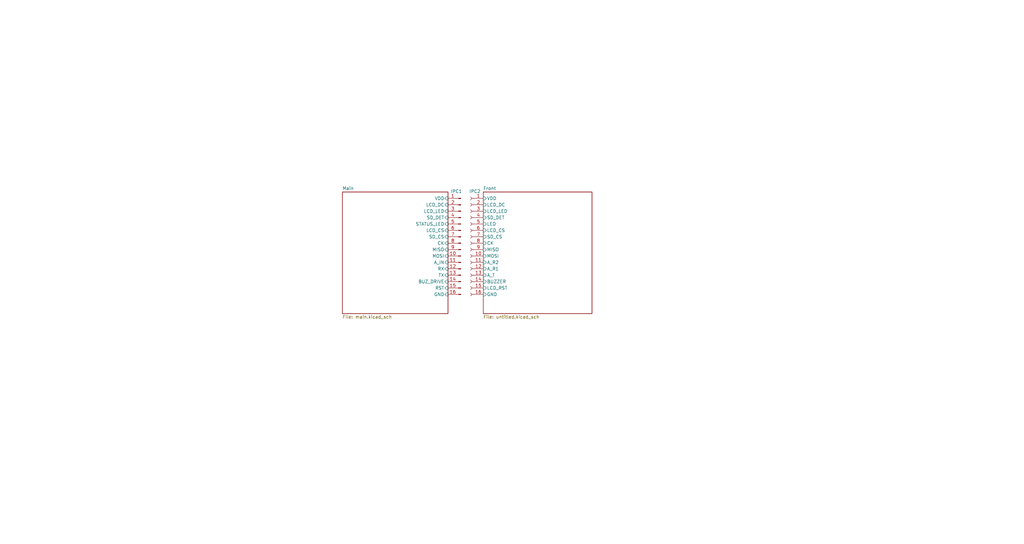
<source format=kicad_sch>
(kicad_sch (version 20231120) (generator "eeschema") (generator_version "8.0")
  (paper "User" 406.4 215.9)
  (title_block (title "Main"))
  (lib_symbols
    (symbol "Connector:Conn_01x16_Pin" (pin_names (offset 1.016) hide)
      (property "Reference" "J" (at 0 20.32 0))
      (property "Value" "Conn_01x16_Pin" (at 0 -22.86 0))
      (symbol "Conn_01x16_Pin_1_1"
        (polyline (pts (xy 1.27 -20.32) (xy 0.8636 -20.32)) (stroke (width 0.1524)))
        (polyline (pts (xy 1.27 -17.78) (xy 0.8636 -17.78)) (stroke (width 0.1524)))
        (polyline (pts (xy 1.27 -15.24) (xy 0.8636 -15.24)) (stroke (width 0.1524)))
        (polyline (pts (xy 1.27 -12.7) (xy 0.8636 -12.7)) (stroke (width 0.1524)))
        (polyline (pts (xy 1.27 -10.16) (xy 0.8636 -10.16)) (stroke (width 0.1524)))
        (polyline (pts (xy 1.27 -7.62) (xy 0.8636 -7.62)) (stroke (width 0.1524)))
        (polyline (pts (xy 1.27 -5.08) (xy 0.8636 -5.08)) (stroke (width 0.1524)))
        (polyline (pts (xy 1.27 -2.54) (xy 0.8636 -2.54)) (stroke (width 0.1524)))
        (polyline (pts (xy 1.27 0) (xy 0.8636 0)) (stroke (width 0.1524)))
        (polyline (pts (xy 1.27 2.54) (xy 0.8636 2.54)) (stroke (width 0.1524)))
        (polyline (pts (xy 1.27 5.08) (xy 0.8636 5.08)) (stroke (width 0.1524)))
        (polyline (pts (xy 1.27 7.62) (xy 0.8636 7.62)) (stroke (width 0.1524)))
        (polyline (pts (xy 1.27 10.16) (xy 0.8636 10.16)) (stroke (width 0.1524)))
        (polyline (pts (xy 1.27 12.7) (xy 0.8636 12.7)) (stroke (width 0.1524)))
        (polyline (pts (xy 1.27 15.24) (xy 0.8636 15.24)) (stroke (width 0.1524)))
        (polyline (pts (xy 1.27 17.78) (xy 0.8636 17.78)) (stroke (width 0.1524)))
        (rectangle (start 0.8636 -20.193) (end 0 -20.447) (stroke (width 0.1524)) (fill (type outline)))
        (rectangle (start 0.8636 -17.653) (end 0 -17.907) (stroke (width 0.1524)) (fill (type outline)))
        (rectangle (start 0.8636 -15.113) (end 0 -15.367) (stroke (width 0.1524)) (fill (type outline)))
        (rectangle (start 0.8636 -12.573) (end 0 -12.827) (stroke (width 0.1524)) (fill (type outline)))
        (rectangle (start 0.8636 -10.033) (end 0 -10.287) (stroke (width 0.1524)) (fill (type outline)))
        (rectangle (start 0.8636 -7.493) (end 0 -7.747) (stroke (width 0.1524)) (fill (type outline)))
        (rectangle (start 0.8636 -4.953) (end 0 -5.207) (stroke (width 0.1524)) (fill (type outline)))
        (rectangle (start 0.8636 -2.413) (end 0 -2.667) (stroke (width 0.1524)) (fill (type outline)))
        (rectangle (start 0.8636 0.127) (end 0 -0.127) (stroke (width 0.1524)) (fill (type outline)))
        (rectangle (start 0.8636 2.667) (end 0 2.413) (stroke (width 0.1524)) (fill (type outline)))
        (rectangle (start 0.8636 5.207) (end 0 4.953) (stroke (width 0.1524)) (fill (type outline)))
        (rectangle (start 0.8636 7.747) (end 0 7.493) (stroke (width 0.1524)) (fill (type outline)))
        (rectangle (start 0.8636 10.287) (end 0 10.033) (stroke (width 0.1524)) (fill (type outline)))
        (rectangle (start 0.8636 12.827) (end 0 12.573) (stroke (width 0.1524)) (fill (type outline)))
        (rectangle (start 0.8636 15.367) (end 0 15.113) (stroke (width 0.1524)) (fill (type outline)))
        (rectangle (start 0.8636 17.907) (end 0 17.653) (stroke (width 0.1524)) (fill (type outline)))
        (pin passive line (at 5.08 17.78 180) (length 3.81) (name "Pin_1") (number "1"))
        (pin passive line (at 5.08 -5.08 180) (length 3.81) (name "Pin_10") (number "10"))
        (pin passive line (at 5.08 -7.62 180) (length 3.81) (name "Pin_11") (number "11"))
        (pin passive line (at 5.08 -10.16 180) (length 3.81) (name "Pin_12") (number "12"))
        (pin passive line (at 5.08 -12.7 180) (length 3.81) (name "Pin_13") (number "13"))
        (pin passive line (at 5.08 -15.24 180) (length 3.81) (name "Pin_14") (number "14"))
        (pin passive line (at 5.08 -17.78 180) (length 3.81) (name "Pin_15") (number "15"))
        (pin passive line (at 5.08 -20.32 180) (length 3.81) (name "Pin_16") (number "16"))
        (pin passive line (at 5.08 15.24 180) (length 3.81) (name "Pin_2") (number "2"))
        (pin passive line (at 5.08 12.7 180) (length 3.81) (name "Pin_3") (number "3"))
        (pin passive line (at 5.08 10.16 180) (length 3.81) (name "Pin_4") (number "4"))
        (pin passive line (at 5.08 7.62 180) (length 3.81) (name "Pin_5") (number "5"))
        (pin passive line (at 5.08 5.08 180) (length 3.81) (name "Pin_6") (number "6"))
        (pin passive line (at 5.08 2.54 180) (length 3.81) (name "Pin_7") (number "7"))
        (pin passive line (at 5.08 0 180) (length 3.81) (name "Pin_8") (number "8"))
        (pin passive line (at 5.08 -2.54 180) (length 3.81) (name "Pin_9") (number "9"))
      )
    )
    (symbol "Connector:Conn_01x16_Socket" (pin_names (offset 1.016) hide)
      (property "Reference" "J" (at 0 20.32 0))
      (property "Value" "Conn_01x16_Socket" (at 0 -22.86 0))
      (symbol "Conn_01x16_Socket_1_1"
        (arc (start 0 -19.812) (mid -0.5058 -20.32) (end 0 -20.828) (stroke (width 0.1524)))
        (arc (start 0 -17.272) (mid -0.5058 -17.78) (end 0 -18.288) (stroke (width 0.1524)))
        (arc (start 0 -14.732) (mid -0.5058 -15.24) (end 0 -15.748) (stroke (width 0.1524)))
        (arc (start 0 -12.192) (mid -0.5058 -12.7) (end 0 -13.208) (stroke (width 0.1524)))
        (arc (start 0 -9.652) (mid -0.5058 -10.16) (end 0 -10.668) (stroke (width 0.1524)))
        (arc (start 0 -7.112) (mid -0.5058 -7.62) (end 0 -8.128) (stroke (width 0.1524)))
        (arc (start 0 -4.572) (mid -0.5058 -5.08) (end 0 -5.588) (stroke (width 0.1524)))
        (arc (start 0 -2.032) (mid -0.5058 -2.54) (end 0 -3.048) (stroke (width 0.1524)))
        (polyline (pts (xy -1.27 -20.32) (xy -0.508 -20.32)) (stroke (width 0.1524)))
        (polyline (pts (xy -1.27 -17.78) (xy -0.508 -17.78)) (stroke (width 0.1524)))
        (polyline (pts (xy -1.27 -15.24) (xy -0.508 -15.24)) (stroke (width 0.1524)))
        (polyline (pts (xy -1.27 -12.7) (xy -0.508 -12.7)) (stroke (width 0.1524)))
        (polyline (pts (xy -1.27 -10.16) (xy -0.508 -10.16)) (stroke (width 0.1524)))
        (polyline (pts (xy -1.27 -7.62) (xy -0.508 -7.62)) (stroke (width 0.1524)))
        (polyline (pts (xy -1.27 -5.08) (xy -0.508 -5.08)) (stroke (width 0.1524)))
        (polyline (pts (xy -1.27 -2.54) (xy -0.508 -2.54)) (stroke (width 0.1524)))
        (polyline (pts (xy -1.27 0) (xy -0.508 0)) (stroke (width 0.1524)))
        (polyline (pts (xy -1.27 2.54) (xy -0.508 2.54)) (stroke (width 0.1524)))
        (polyline (pts (xy -1.27 5.08) (xy -0.508 5.08)) (stroke (width 0.1524)))
        (polyline (pts (xy -1.27 7.62) (xy -0.508 7.62)) (stroke (width 0.1524)))
        (polyline (pts (xy -1.27 10.16) (xy -0.508 10.16)) (stroke (width 0.1524)))
        (polyline (pts (xy -1.27 12.7) (xy -0.508 12.7)) (stroke (width 0.1524)))
        (polyline (pts (xy -1.27 15.24) (xy -0.508 15.24)) (stroke (width 0.1524)))
        (polyline (pts (xy -1.27 17.78) (xy -0.508 17.78)) (stroke (width 0.1524)))
        (arc (start 0 0.508) (mid -0.5058 0) (end 0 -0.508) (stroke (width 0.1524)))
        (arc (start 0 3.048) (mid -0.5058 2.54) (end 0 2.032) (stroke (width 0.1524)))
        (arc (start 0 5.588) (mid -0.5058 5.08) (end 0 4.572) (stroke (width 0.1524)))
        (arc (start 0 8.128) (mid -0.5058 7.62) (end 0 7.112) (stroke (width 0.1524)))
        (arc (start 0 10.668) (mid -0.5058 10.16) (end 0 9.652) (stroke (width 0.1524)))
        (arc (start 0 13.208) (mid -0.5058 12.7) (end 0 12.192) (stroke (width 0.1524)))
        (arc (start 0 15.748) (mid -0.5058 15.24) (end 0 14.732) (stroke (width 0.1524)))
        (arc (start 0 18.288) (mid -0.5058 17.78) (end 0 17.272) (stroke (width 0.1524)))
        (pin passive line (at -5.08 17.78 0) (length 3.81) (name "Pin_1") (number "1"))
        (pin passive line (at -5.08 -5.08 0) (length 3.81) (name "Pin_10") (number "10"))
        (pin passive line (at -5.08 -7.62 0) (length 3.81) (name "Pin_11") (number "11"))
        (pin passive line (at -5.08 -10.16 0) (length 3.81) (name "Pin_12") (number "12"))
        (pin passive line (at -5.08 -12.7 0) (length 3.81) (name "Pin_13") (number "13"))
        (pin passive line (at -5.08 -15.24 0) (length 3.81) (name "Pin_14") (number "14"))
        (pin passive line (at -5.08 -17.78 0) (length 3.81) (name "Pin_15") (number "15"))
        (pin passive line (at -5.08 -20.32 0) (length 3.81) (name "Pin_16") (number "16"))
        (pin passive line (at -5.08 15.24 0) (length 3.81) (name "Pin_2") (number "2"))
        (pin passive line (at -5.08 12.7 0) (length 3.81) (name "Pin_3") (number "3"))
        (pin passive line (at -5.08 10.16 0) (length 3.81) (name "Pin_4") (number "4"))
        (pin passive line (at -5.08 7.62 0) (length 3.81) (name "Pin_5") (number "5"))
        (pin passive line (at -5.08 5.08 0) (length 3.81) (name "Pin_6") (number "6"))
        (pin passive line (at -5.08 2.54 0) (length 3.81) (name "Pin_7") (number "7"))
        (pin passive line (at -5.08 0 0) (length 3.81) (name "Pin_8") (number "8"))
        (pin passive line (at -5.08 -2.54 0) (length 3.81) (name "Pin_9") (number "9"))
      )
    )
  )
  (symbol (lib_id "Connector:Conn_01x16_Pin") (at 182.88 96.52 0) (mirror y) (unit 1)
    (property "Reference" "IPC1" (at 181.102 75.946 0))
    (property "Value" "Conn_01x16_Pin" (effects (hide yes)))
    (property "Footprint" "Connector_PinHeader_2.54mm:PinHeader_1x16_P2.54mm_Vertical" (effects (hide yes)))
    (property "Description" "Generic connector, single row, 01x16, script generated" (effects (hide yes)))
  )
  (symbol (lib_id "Connector:Conn_01x16_Socket") (at 186.69 96.52 0) (mirror y) (unit 1)
    (property "Reference" "IPC2" (at 190.754 75.946 0) (effects (justify left)))
    (property "Value" "Conn_01x16_Socket" (effects (hide yes)))
    (property "Footprint" "Connector_PinSocket_2.54mm:PinSocket_1x16_P2.54mm_Vertical" (effects (hide yes)))
    (property "Description" "Generic connector, single row, 01x16, script generated" (effects (hide yes)))
  )
  (sheet (at 191.77 76.2) (size 43.18 48.26) (stroke (width 0.1524))
    (property "Sheetname" "Front" (at 191.77 75.4884 0) (effects (justify left bottom)))
    (property "Sheetfile" "untitled.kicad_sch" (at 191.77 125.0446 0) (effects (justify left top)))
    (pin "LCD_DC" input (at 191.77 81.28 180))
    (pin "CK" input (at 191.77 96.52 180))
    (pin "MOSI" input (at 191.77 101.6 180))
    (pin "SD_CS" input (at 191.77 93.98 180))
    (pin "LCD_CS" input (at 191.77 91.44 180))
    (pin "LCD_LED" input (at 191.77 83.82 180))
    (pin "VDD" input (at 191.77 78.74 180))
    (pin "MISO" input (at 191.77 99.06 180))
    (pin "LCD_RST" input (at 191.77 114.3 180))
    (pin "LED" input (at 191.77 88.9 180))
    (pin "GND" input (at 191.77 116.84 180))
    (pin "A_R1" input (at 191.77 106.68 180))
    (pin "A_T" input (at 191.77 109.22 180))
    (pin "A_R2" input (at 191.77 104.14 180))
    (pin "SD_DET" input (at 191.77 86.36 180))
    (pin "BUZZER" input (at 191.77 111.76 180))
  )
  (sheet (at 135.89 76.2) (size 41.91 48.26) (stroke (width 0.1524))
    (property "Sheetname" "Main" (at 135.89 75.4884 0) (effects (justify left bottom)))
    (property "Sheetfile" "main.kicad_sch" (at 135.89 125.0446 0) (effects (justify left top)))
    (pin "RX" input (at 177.8 106.68 0))
    (pin "TX" input (at 177.8 109.22 0))
    (pin "MOSI" input (at 177.8 101.6 0))
    (pin "LCD_CS" input (at 177.8 91.44 0))
    (pin "CK" input (at 177.8 96.52 0))
    (pin "MISO" input (at 177.8 99.06 0))
    (pin "SD_CS" input (at 177.8 93.98 0))
    (pin "LCD_DC" input (at 177.8 81.28 0))
    (pin "LCD_LED" input (at 177.8 83.82 0))
    (pin "STATUS_LED" input (at 177.8 88.9 0))
    (pin "SD_DET" input (at 177.8 86.36 0))
    (pin "A_IN" input (at 177.8 104.14 0))
    (pin "GND" input (at 177.8 116.84 0))
    (pin "VDD" input (at 177.8 78.74 0))
    (pin "BUZ_DRIVE" input (at 177.8 111.76 0))
    (pin "RST" input (at 177.8 114.3 0))
  )
)
</source>
